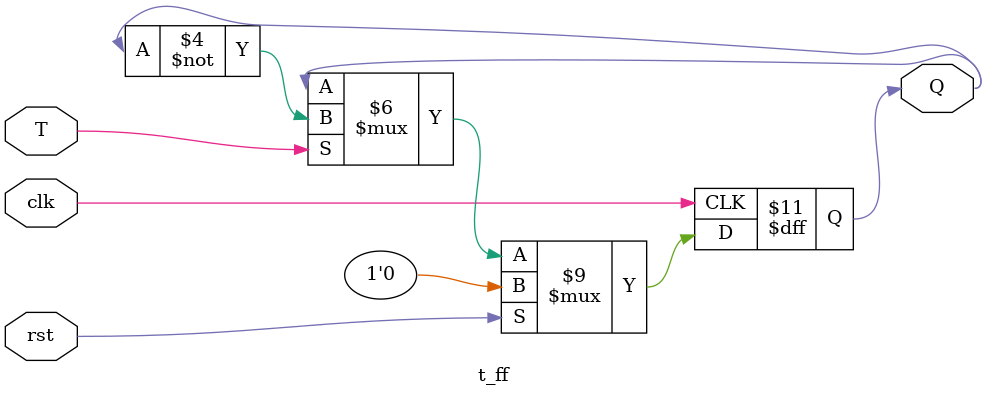
<source format=v>
`timescale 1ns / 1ps

module t_ff(T,clk,rst,Q);
input T,clk,rst;
output reg Q;
always @(posedge clk)
begin
if (rst==1)
    Q <= 0;
else if (T==0)
    Q <= Q;
else
    Q <= ~Q;
end
endmodule


</source>
